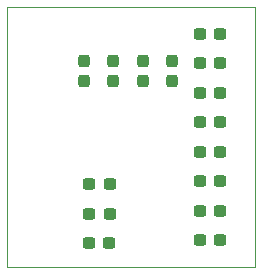
<source format=gtp>
G04 #@! TF.GenerationSoftware,KiCad,Pcbnew,(7.0.0)*
G04 #@! TF.CreationDate,2023-03-10T18:19:13+01:00*
G04 #@! TF.ProjectId,CapacitorBox0603,43617061-6369-4746-9f72-426f78303630,rev?*
G04 #@! TF.SameCoordinates,Original*
G04 #@! TF.FileFunction,Paste,Top*
G04 #@! TF.FilePolarity,Positive*
%FSLAX46Y46*%
G04 Gerber Fmt 4.6, Leading zero omitted, Abs format (unit mm)*
G04 Created by KiCad (PCBNEW (7.0.0)) date 2023-03-10 18:19:13*
%MOMM*%
%LPD*%
G01*
G04 APERTURE LIST*
G04 Aperture macros list*
%AMRoundRect*
0 Rectangle with rounded corners*
0 $1 Rounding radius*
0 $2 $3 $4 $5 $6 $7 $8 $9 X,Y pos of 4 corners*
0 Add a 4 corners polygon primitive as box body*
4,1,4,$2,$3,$4,$5,$6,$7,$8,$9,$2,$3,0*
0 Add four circle primitives for the rounded corners*
1,1,$1+$1,$2,$3*
1,1,$1+$1,$4,$5*
1,1,$1+$1,$6,$7*
1,1,$1+$1,$8,$9*
0 Add four rect primitives between the rounded corners*
20,1,$1+$1,$2,$3,$4,$5,0*
20,1,$1+$1,$4,$5,$6,$7,0*
20,1,$1+$1,$6,$7,$8,$9,0*
20,1,$1+$1,$8,$9,$2,$3,0*%
G04 Aperture macros list end*
%ADD10RoundRect,0.237500X-0.300000X-0.237500X0.300000X-0.237500X0.300000X0.237500X-0.300000X0.237500X0*%
%ADD11RoundRect,0.237500X-0.237500X0.300000X-0.237500X-0.300000X0.237500X-0.300000X0.237500X0.300000X0*%
G04 #@! TA.AperFunction,Profile*
%ADD12C,0.100000*%
G04 #@! TD*
G04 APERTURE END LIST*
D10*
X117337500Y-119750000D03*
X119062500Y-119750000D03*
X117337500Y-117250000D03*
X119062500Y-117250000D03*
D11*
X110000000Y-104537500D03*
X110000000Y-106262500D03*
X112500000Y-104537500D03*
X112500000Y-106262500D03*
X107500000Y-104537500D03*
X107500000Y-106262500D03*
D10*
X107975000Y-117500000D03*
X109700000Y-117500000D03*
D11*
X115000000Y-104537500D03*
X115000000Y-106262500D03*
D10*
X117337500Y-114750000D03*
X119062500Y-114750000D03*
X117337500Y-104750000D03*
X119062500Y-104750000D03*
X117337500Y-107250000D03*
X119062500Y-107250000D03*
X117337500Y-102250000D03*
X119062500Y-102250000D03*
X117337500Y-112250000D03*
X119062500Y-112250000D03*
X107975000Y-115000000D03*
X109700000Y-115000000D03*
X117337500Y-109750000D03*
X119062500Y-109750000D03*
X107937500Y-120000000D03*
X109662500Y-120000000D03*
D12*
X101000000Y-100000000D02*
X122000000Y-100000000D01*
X122000000Y-100000000D02*
X122000000Y-122000000D01*
X122000000Y-122000000D02*
X101000000Y-122000000D01*
X101000000Y-100000000D02*
X101000000Y-122000000D01*
M02*

</source>
